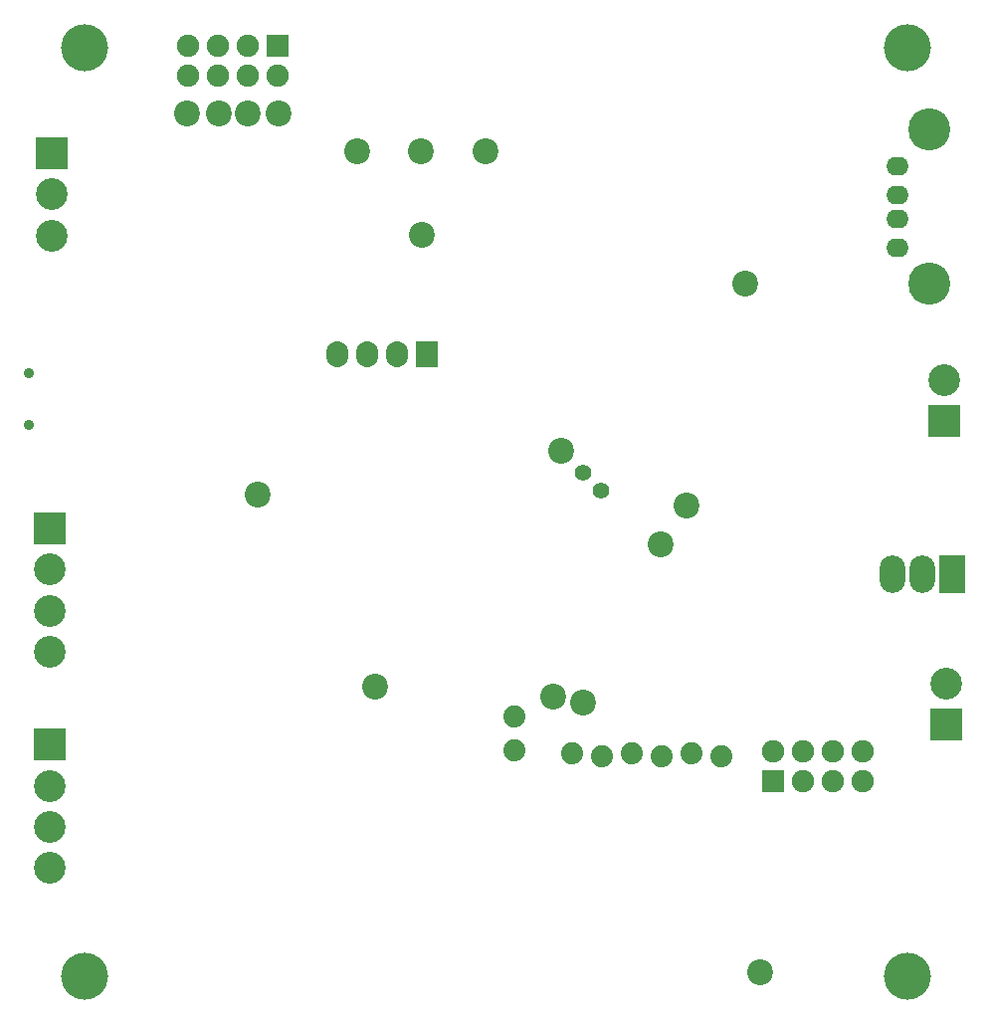
<source format=gbs>
G04 DipTrace 3.3.1.3*
G04 Topsidev0.gbs*
%MOMM*%
G04 #@! TF.FileFunction,Soldermask,Bot*
G04 #@! TF.Part,Single*
%ADD41C,1.8796*%
%ADD63O,1.9X1.6*%
%ADD64C,3.586*%
%ADD65C,0.9*%
%ADD66C,4.0*%
%ADD80C,1.4*%
%ADD84O,2.2X3.2*%
%ADD86R,2.2X3.2*%
%ADD104C,1.9*%
%ADD106R,1.9X1.9*%
%ADD114R,2.7X2.7*%
%ADD116C,2.7*%
%ADD118R,1.9X2.2*%
%ADD120O,1.9X2.2*%
%ADD122C,2.2*%
%FSLAX35Y35*%
G04*
G71*
G90*
G75*
G01*
G04 BotMask*
%LPD*%
D122*
X3476623Y3063873D3*
X6746873Y635000D3*
X6619873Y6492873D3*
X2478000Y4700000D3*
X3873500Y6905623D3*
X3863250Y7620003D3*
X4413250D3*
X3323250D3*
X2143500Y7935623D3*
X1873250Y7937500D3*
X2393500Y7935623D3*
X2653500D3*
D120*
X3156000Y5892700D3*
X3410000D3*
X3664000D3*
D118*
X3918000D3*
D116*
X8338000Y3090000D3*
D114*
Y2740000D3*
D116*
X8318000Y5670000D3*
D114*
Y5320000D3*
D116*
X701750Y3360000D3*
Y3710000D3*
Y4060000D3*
D114*
Y4410000D3*
D116*
Y1520000D3*
Y1870000D3*
Y2220000D3*
D114*
Y2570000D3*
D116*
X720000Y6900000D3*
Y7250000D3*
D114*
Y7600000D3*
D65*
X528000Y5730000D3*
Y5290000D3*
D41*
X4658000Y2520000D3*
Y2809560D3*
X6418000Y2470000D3*
X6164000Y2495400D3*
X5910000Y2470000D3*
X5656000Y2495400D3*
X5402000Y2470000D3*
X5148000Y2495400D3*
D106*
X2647500Y8518627D3*
D104*
Y8264627D3*
X2393500Y8518627D3*
Y8264627D3*
X2139500Y8518627D3*
Y8264627D3*
X1885500Y8518627D3*
Y8264627D3*
D122*
X5905500Y4270373D3*
D106*
X6858000Y2254250D3*
D104*
Y2508250D3*
X7112000Y2254250D3*
Y2508250D3*
X7366000Y2254250D3*
Y2508250D3*
X7620000Y2254250D3*
Y2508250D3*
D122*
X4988000Y2980000D3*
X5248000Y2930000D3*
X6128000Y4600000D3*
X5058000Y5070000D3*
D86*
X8388000Y4020000D3*
D84*
X8134000D3*
X7880000D3*
D80*
X5248000Y4880000D3*
X5396493Y4731507D3*
D63*
X7921623Y6794500D3*
Y7044500D3*
Y7244500D3*
Y7494500D3*
D64*
X8192623Y7801500D3*
Y6487500D3*
D66*
X1000000Y8500000D3*
Y600000D3*
X8000000Y8500000D3*
Y600000D3*
M02*

</source>
